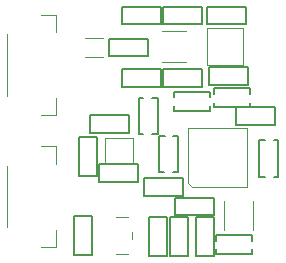
<source format=gbr>
G04*
G04 #@! TF.GenerationSoftware,Altium Limited,Altium Designer,24.7.2 (38)*
G04*
G04 Layer_Color=32768*
%FSLAX25Y25*%
%MOIN*%
G70*
G04*
G04 #@! TF.SameCoordinates,0AE953C0-7C88-47E9-B79E-664DAA7B62C1*
G04*
G04*
G04 #@! TF.FilePolarity,Positive*
G04*
G01*
G75*
%ADD14C,0.00394*%
%ADD15C,0.00500*%
D14*
X192913Y99606D02*
X212598D01*
Y79921D02*
Y99606D01*
X194095Y79921D02*
X212598D01*
X192913Y81102D02*
Y99606D01*
Y81102D02*
X194095Y79921D01*
X174409Y87894D02*
Y96358D01*
X164961Y87894D02*
Y96358D01*
Y87894D02*
X174409D01*
X164961Y96358D02*
X174409D01*
X214503Y65657D02*
Y75302D01*
X204857Y65657D02*
Y75302D01*
X205118Y120669D02*
X211221D01*
X199016D02*
X205118D01*
X199016D02*
Y132874D01*
X211221D01*
Y120669D02*
Y132874D01*
X184252Y121653D02*
X192126D01*
X184252Y131890D02*
X192126D01*
X168898Y57677D02*
X172835D01*
X168898Y69882D02*
X172835D01*
X174016Y62598D02*
Y64961D01*
X132576Y66437D02*
Y86910D01*
X143797Y93405D02*
X148915D01*
Y87697D02*
Y93405D01*
X143797Y59941D02*
X148915D01*
Y65650D01*
X158465Y129528D02*
X164370D01*
X158465Y123228D02*
X164370D01*
X132576Y110335D02*
Y130807D01*
X143797Y137303D02*
X148915D01*
Y131595D02*
Y137303D01*
X143797Y103839D02*
X148915D01*
Y109547D01*
D15*
X160039Y97835D02*
X173031D01*
X160039D02*
Y103740D01*
X173031D01*
Y97835D02*
Y103740D01*
X199803Y119882D02*
X212795D01*
Y113976D02*
Y119882D01*
X199803Y113976D02*
X212795D01*
X199803D02*
Y119882D01*
X184449Y134055D02*
Y139961D01*
Y134055D02*
X197441D01*
Y139961D01*
X184449D02*
X197441D01*
X183661Y134055D02*
Y139961D01*
X170669D02*
X183661D01*
X170669Y134055D02*
Y139961D01*
Y134055D02*
X183661D01*
X213583Y110922D02*
Y112795D01*
Y106502D02*
Y107975D01*
X201378Y106499D02*
X213580D01*
X213583Y106502D01*
X201378Y106499D02*
Y107974D01*
Y110924D02*
Y112795D01*
X213583D01*
X188305Y76374D02*
X201298D01*
Y70468D02*
Y76374D01*
X188305Y70468D02*
X201298D01*
X188305D02*
Y76374D01*
X178150Y76968D02*
Y82874D01*
Y76968D02*
X191142D01*
Y82874D01*
X178150D02*
X191142D01*
X208661Y100591D02*
X221654D01*
X208661D02*
Y106496D01*
X221654D01*
Y100591D02*
Y106496D01*
X187992Y105118D02*
X200197D01*
Y106990D01*
Y109940D02*
Y111414D01*
X187992Y111411D02*
X187995Y111414D01*
X200197D01*
X187992Y109938D02*
Y111411D01*
Y105118D02*
Y106991D01*
X212008Y134055D02*
Y139961D01*
X199016D02*
X212008D01*
X199016Y134055D02*
Y139961D01*
Y134055D02*
X212008D01*
X216535Y83268D02*
Y95472D01*
Y83268D02*
X218407D01*
X221357D02*
X222832D01*
X222829Y95472D02*
X222832Y95469D01*
Y83268D02*
Y95469D01*
X221355Y95472D02*
X222829D01*
X216535D02*
X218408D01*
X163034Y81590D02*
X176026D01*
X163034D02*
Y87496D01*
X176026D01*
Y81590D02*
Y87496D01*
X202007Y63879D02*
X214212D01*
X202007Y62007D02*
Y63879D01*
Y57582D02*
Y59057D01*
X214209Y57582D02*
X214212Y57585D01*
X202007Y57582D02*
X214209D01*
X214212Y57585D02*
Y59059D01*
Y62006D02*
Y63879D01*
X195472Y56890D02*
Y69882D01*
X201378D01*
Y56890D02*
Y69882D01*
X195472Y56890D02*
X201378D01*
X179724Y69882D02*
X185630D01*
X179724Y56890D02*
Y69882D01*
Y56890D02*
X185630D01*
Y69882D01*
X182677Y97441D02*
Y109646D01*
X180806D02*
X182677D01*
X176381D02*
X177856D01*
X176381Y97444D02*
X176384Y97441D01*
X176381Y97444D02*
Y109646D01*
X176384Y97441D02*
X177857D01*
X180804D02*
X182677D01*
X186897Y69924D02*
X192802D01*
X186897Y56931D02*
Y69924D01*
Y56931D02*
X192802D01*
Y69924D01*
X156496Y83661D02*
X162402D01*
Y96653D01*
X156496D02*
X162402D01*
X156496Y83661D02*
Y96653D01*
X154921Y57284D02*
Y70276D01*
X160827D01*
Y57284D02*
Y70276D01*
X154921Y57284D02*
X160827D01*
X183071Y84842D02*
Y97047D01*
Y84842D02*
X184942D01*
X187892D02*
X189367D01*
X189364Y97047D02*
X189367Y97044D01*
Y84842D02*
Y97044D01*
X187891Y97047D02*
X189364D01*
X183071D02*
X184944D01*
X184449Y119095D02*
X197441D01*
Y113189D02*
Y119095D01*
X184449Y113189D02*
X197441D01*
X184449D02*
Y119095D01*
X170669Y113189D02*
X183661D01*
X170669D02*
Y119095D01*
X183661D01*
Y113189D02*
Y119095D01*
X166339Y129331D02*
X179331D01*
Y123425D02*
Y129331D01*
X166339Y123425D02*
X179331D01*
X166339D02*
Y129331D01*
M02*

</source>
